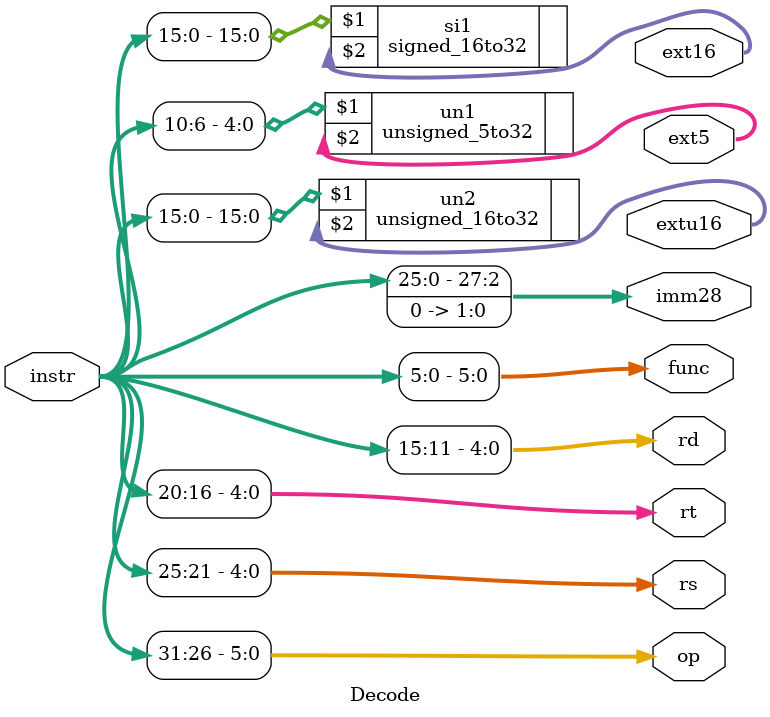
<source format=v>
`timescale 1ns / 1ps


module Decode(instr,op,rs,rt,rd,func , ext5, ext16, extu16, imm28);

input [31:0]instr;
output [5:0]op;
output [4:0]rs;
output [4:0]rt;
output [4:0]rd;
output [5:0]func;
output [31:0]ext5, ext16, extu16;
output [27:0]imm28;


assign op=instr[31:26];
assign rs=instr[25:21];
assign rt=instr[20:16];
assign rd=instr[15:11];
assign func=instr[5:0];
unsigned_5to32 un1(instr[10:6], ext5);
signed_16to32 si1(instr[15:0], ext16);
unsigned_16to32 un2(instr[15:0], extu16);
assign imm28 = {instr[25:0],2'b0};

endmodule

</source>
